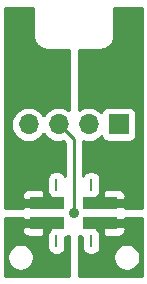
<source format=gbl>
%TF.GenerationSoftware,KiCad,Pcbnew,5.1.0*%
%TF.CreationDate,2019-04-08T01:08:53+02:00*%
%TF.ProjectId,Illumination-PLCC4,496c6c75-6d69-46e6-9174-696f6e2d504c,rev?*%
%TF.SameCoordinates,Original*%
%TF.FileFunction,Copper,L2,Bot*%
%TF.FilePolarity,Positive*%
%FSLAX46Y46*%
G04 Gerber Fmt 4.6, Leading zero omitted, Abs format (unit mm)*
G04 Created by KiCad (PCBNEW 5.1.0) date 2019-04-08 01:08:53*
%MOMM*%
%LPD*%
G04 APERTURE LIST*
%ADD10R,0.250000X1.000000*%
%ADD11R,3.000000X1.100000*%
%ADD12O,1.700000X1.700000*%
%ADD13R,1.700000X1.700000*%
%ADD14C,0.900000*%
%ADD15C,0.250000*%
%ADD16C,0.254000*%
%ADD17C,0.255000*%
G04 APERTURE END LIST*
D10*
X146025000Y-147600000D03*
D11*
X145250000Y-149150000D03*
X145250000Y-150850000D03*
X149750000Y-150850000D03*
X149750000Y-149150000D03*
D10*
X146025000Y-152400000D03*
X148975000Y-147600000D03*
X148975000Y-152400000D03*
D12*
X143690000Y-142500000D03*
X146230000Y-142500000D03*
X148770000Y-142500000D03*
D13*
X151310000Y-142500000D03*
D14*
X143950000Y-146800000D03*
X142650000Y-150750000D03*
X152350000Y-150750000D03*
X151050000Y-146800000D03*
X147500000Y-150000000D03*
D15*
X142650000Y-150750000D02*
X142750000Y-150850000D01*
X142750000Y-150850000D02*
X145250000Y-150850000D01*
X152350000Y-150750000D02*
X152250000Y-150850000D01*
X152250000Y-150850000D02*
X149750000Y-150850000D01*
X147500000Y-150000000D02*
X147500000Y-144770000D01*
X147500000Y-143770000D02*
X147500000Y-144770000D01*
X146230000Y-142500000D02*
X147500000Y-143770000D01*
D16*
G36*
X153315000Y-149573000D02*
G01*
X151885229Y-149573000D01*
X151885000Y-149562750D01*
X151726250Y-149404000D01*
X150004000Y-149404000D01*
X150004000Y-149424000D01*
X149496000Y-149424000D01*
X149496000Y-149404000D01*
X149476000Y-149404000D01*
X149476000Y-148896000D01*
X149496000Y-148896000D01*
X149496000Y-148596474D01*
X149551185Y-148551185D01*
X149630537Y-148454494D01*
X149689502Y-148344180D01*
X149725812Y-148224482D01*
X149735732Y-148123750D01*
X150004000Y-148123750D01*
X150004000Y-148896000D01*
X151726250Y-148896000D01*
X151885000Y-148737250D01*
X151888072Y-148600000D01*
X151875812Y-148475518D01*
X151839502Y-148355820D01*
X151780537Y-148245506D01*
X151701185Y-148148815D01*
X151604494Y-148069463D01*
X151494180Y-148010498D01*
X151374482Y-147974188D01*
X151250000Y-147961928D01*
X150162750Y-147965000D01*
X150004000Y-148123750D01*
X149735732Y-148123750D01*
X149738072Y-148100000D01*
X149738072Y-147100000D01*
X149725812Y-146975518D01*
X149689502Y-146855820D01*
X149630537Y-146745506D01*
X149551185Y-146648815D01*
X149454494Y-146569463D01*
X149344180Y-146510498D01*
X149224482Y-146474188D01*
X149100000Y-146461928D01*
X148850000Y-146461928D01*
X148725518Y-146474188D01*
X148605820Y-146510498D01*
X148495506Y-146569463D01*
X148398815Y-146648815D01*
X148319463Y-146745506D01*
X148260498Y-146855820D01*
X148260000Y-146857462D01*
X148260000Y-143897114D01*
X148478889Y-143963513D01*
X148697050Y-143985000D01*
X148842950Y-143985000D01*
X149061111Y-143963513D01*
X149341034Y-143878599D01*
X149599014Y-143740706D01*
X149825134Y-143555134D01*
X149849607Y-143525313D01*
X149870498Y-143594180D01*
X149929463Y-143704494D01*
X150008815Y-143801185D01*
X150105506Y-143880537D01*
X150215820Y-143939502D01*
X150335518Y-143975812D01*
X150460000Y-143988072D01*
X152160000Y-143988072D01*
X152284482Y-143975812D01*
X152404180Y-143939502D01*
X152514494Y-143880537D01*
X152611185Y-143801185D01*
X152690537Y-143704494D01*
X152749502Y-143594180D01*
X152785812Y-143474482D01*
X152798072Y-143350000D01*
X152798072Y-141650000D01*
X152785812Y-141525518D01*
X152749502Y-141405820D01*
X152690537Y-141295506D01*
X152611185Y-141198815D01*
X152514494Y-141119463D01*
X152404180Y-141060498D01*
X152284482Y-141024188D01*
X152160000Y-141011928D01*
X150460000Y-141011928D01*
X150335518Y-141024188D01*
X150215820Y-141060498D01*
X150105506Y-141119463D01*
X150008815Y-141198815D01*
X149929463Y-141295506D01*
X149870498Y-141405820D01*
X149849607Y-141474687D01*
X149825134Y-141444866D01*
X149599014Y-141259294D01*
X149341034Y-141121401D01*
X149061111Y-141036487D01*
X148842950Y-141015000D01*
X148697050Y-141015000D01*
X148478889Y-141036487D01*
X148198966Y-141121401D01*
X147940986Y-141259294D01*
X147927000Y-141270772D01*
X147927000Y-136185000D01*
X149783647Y-136185000D01*
X149812601Y-136182148D01*
X149815573Y-136182169D01*
X149825092Y-136181236D01*
X149873218Y-136176178D01*
X149884283Y-136175088D01*
X149884652Y-136174976D01*
X149922140Y-136171036D01*
X149982990Y-136158545D01*
X150043942Y-136146918D01*
X150053096Y-136144155D01*
X150053102Y-136144153D01*
X150146317Y-136115298D01*
X150203533Y-136091246D01*
X150261119Y-136067980D01*
X150269564Y-136063490D01*
X150355401Y-136017077D01*
X150406867Y-135982362D01*
X150458821Y-135948364D01*
X150466232Y-135942320D01*
X150541421Y-135880118D01*
X150585162Y-135836070D01*
X150629522Y-135792631D01*
X150635618Y-135785261D01*
X150635623Y-135785256D01*
X150635627Y-135785250D01*
X150697294Y-135709640D01*
X150731632Y-135657959D01*
X150766733Y-135606694D01*
X150771282Y-135598281D01*
X150817094Y-135512120D01*
X150840758Y-135454704D01*
X150865208Y-135397661D01*
X150868036Y-135388525D01*
X150896241Y-135295107D01*
X150908303Y-135234187D01*
X150921209Y-135173470D01*
X150922209Y-135163958D01*
X150931731Y-135066841D01*
X150931731Y-135066837D01*
X150935000Y-135033647D01*
X150935000Y-132685000D01*
X153315001Y-132685000D01*
X153315000Y-149573000D01*
X153315000Y-149573000D01*
G37*
X153315000Y-149573000D02*
X151885229Y-149573000D01*
X151885000Y-149562750D01*
X151726250Y-149404000D01*
X150004000Y-149404000D01*
X150004000Y-149424000D01*
X149496000Y-149424000D01*
X149496000Y-149404000D01*
X149476000Y-149404000D01*
X149476000Y-148896000D01*
X149496000Y-148896000D01*
X149496000Y-148596474D01*
X149551185Y-148551185D01*
X149630537Y-148454494D01*
X149689502Y-148344180D01*
X149725812Y-148224482D01*
X149735732Y-148123750D01*
X150004000Y-148123750D01*
X150004000Y-148896000D01*
X151726250Y-148896000D01*
X151885000Y-148737250D01*
X151888072Y-148600000D01*
X151875812Y-148475518D01*
X151839502Y-148355820D01*
X151780537Y-148245506D01*
X151701185Y-148148815D01*
X151604494Y-148069463D01*
X151494180Y-148010498D01*
X151374482Y-147974188D01*
X151250000Y-147961928D01*
X150162750Y-147965000D01*
X150004000Y-148123750D01*
X149735732Y-148123750D01*
X149738072Y-148100000D01*
X149738072Y-147100000D01*
X149725812Y-146975518D01*
X149689502Y-146855820D01*
X149630537Y-146745506D01*
X149551185Y-146648815D01*
X149454494Y-146569463D01*
X149344180Y-146510498D01*
X149224482Y-146474188D01*
X149100000Y-146461928D01*
X148850000Y-146461928D01*
X148725518Y-146474188D01*
X148605820Y-146510498D01*
X148495506Y-146569463D01*
X148398815Y-146648815D01*
X148319463Y-146745506D01*
X148260498Y-146855820D01*
X148260000Y-146857462D01*
X148260000Y-143897114D01*
X148478889Y-143963513D01*
X148697050Y-143985000D01*
X148842950Y-143985000D01*
X149061111Y-143963513D01*
X149341034Y-143878599D01*
X149599014Y-143740706D01*
X149825134Y-143555134D01*
X149849607Y-143525313D01*
X149870498Y-143594180D01*
X149929463Y-143704494D01*
X150008815Y-143801185D01*
X150105506Y-143880537D01*
X150215820Y-143939502D01*
X150335518Y-143975812D01*
X150460000Y-143988072D01*
X152160000Y-143988072D01*
X152284482Y-143975812D01*
X152404180Y-143939502D01*
X152514494Y-143880537D01*
X152611185Y-143801185D01*
X152690537Y-143704494D01*
X152749502Y-143594180D01*
X152785812Y-143474482D01*
X152798072Y-143350000D01*
X152798072Y-141650000D01*
X152785812Y-141525518D01*
X152749502Y-141405820D01*
X152690537Y-141295506D01*
X152611185Y-141198815D01*
X152514494Y-141119463D01*
X152404180Y-141060498D01*
X152284482Y-141024188D01*
X152160000Y-141011928D01*
X150460000Y-141011928D01*
X150335518Y-141024188D01*
X150215820Y-141060498D01*
X150105506Y-141119463D01*
X150008815Y-141198815D01*
X149929463Y-141295506D01*
X149870498Y-141405820D01*
X149849607Y-141474687D01*
X149825134Y-141444866D01*
X149599014Y-141259294D01*
X149341034Y-141121401D01*
X149061111Y-141036487D01*
X148842950Y-141015000D01*
X148697050Y-141015000D01*
X148478889Y-141036487D01*
X148198966Y-141121401D01*
X147940986Y-141259294D01*
X147927000Y-141270772D01*
X147927000Y-136185000D01*
X149783647Y-136185000D01*
X149812601Y-136182148D01*
X149815573Y-136182169D01*
X149825092Y-136181236D01*
X149873218Y-136176178D01*
X149884283Y-136175088D01*
X149884652Y-136174976D01*
X149922140Y-136171036D01*
X149982990Y-136158545D01*
X150043942Y-136146918D01*
X150053096Y-136144155D01*
X150053102Y-136144153D01*
X150146317Y-136115298D01*
X150203533Y-136091246D01*
X150261119Y-136067980D01*
X150269564Y-136063490D01*
X150355401Y-136017077D01*
X150406867Y-135982362D01*
X150458821Y-135948364D01*
X150466232Y-135942320D01*
X150541421Y-135880118D01*
X150585162Y-135836070D01*
X150629522Y-135792631D01*
X150635618Y-135785261D01*
X150635623Y-135785256D01*
X150635627Y-135785250D01*
X150697294Y-135709640D01*
X150731632Y-135657959D01*
X150766733Y-135606694D01*
X150771282Y-135598281D01*
X150817094Y-135512120D01*
X150840758Y-135454704D01*
X150865208Y-135397661D01*
X150868036Y-135388525D01*
X150896241Y-135295107D01*
X150908303Y-135234187D01*
X150921209Y-135173470D01*
X150922209Y-135163958D01*
X150931731Y-135066841D01*
X150931731Y-135066837D01*
X150935000Y-135033647D01*
X150935000Y-132685000D01*
X153315001Y-132685000D01*
X153315000Y-149573000D01*
G36*
X144065000Y-135033646D02*
G01*
X144067852Y-135062600D01*
X144067831Y-135065573D01*
X144068764Y-135075092D01*
X144073824Y-135123233D01*
X144074912Y-135134282D01*
X144075024Y-135134650D01*
X144078964Y-135172140D01*
X144091455Y-135232990D01*
X144103082Y-135293942D01*
X144105845Y-135303096D01*
X144105847Y-135303102D01*
X144134702Y-135396317D01*
X144158754Y-135453533D01*
X144182020Y-135511119D01*
X144186510Y-135519564D01*
X144232923Y-135605401D01*
X144267638Y-135656867D01*
X144301636Y-135708821D01*
X144307680Y-135716232D01*
X144369882Y-135791421D01*
X144413930Y-135835162D01*
X144457369Y-135879522D01*
X144464739Y-135885618D01*
X144464744Y-135885623D01*
X144464750Y-135885627D01*
X144540360Y-135947294D01*
X144592041Y-135981632D01*
X144643306Y-136016733D01*
X144651719Y-136021282D01*
X144737880Y-136067094D01*
X144795296Y-136090758D01*
X144852339Y-136115208D01*
X144861475Y-136118036D01*
X144954893Y-136146241D01*
X145015813Y-136158303D01*
X145076530Y-136171209D01*
X145086042Y-136172209D01*
X145183159Y-136181731D01*
X145183163Y-136181731D01*
X145216353Y-136185000D01*
X147073000Y-136185000D01*
X147073000Y-141270772D01*
X147059014Y-141259294D01*
X146801034Y-141121401D01*
X146521111Y-141036487D01*
X146302950Y-141015000D01*
X146157050Y-141015000D01*
X145938889Y-141036487D01*
X145658966Y-141121401D01*
X145400986Y-141259294D01*
X145174866Y-141444866D01*
X144989294Y-141670986D01*
X144960000Y-141725791D01*
X144930706Y-141670986D01*
X144745134Y-141444866D01*
X144519014Y-141259294D01*
X144261034Y-141121401D01*
X143981111Y-141036487D01*
X143762950Y-141015000D01*
X143617050Y-141015000D01*
X143398889Y-141036487D01*
X143118966Y-141121401D01*
X142860986Y-141259294D01*
X142634866Y-141444866D01*
X142449294Y-141670986D01*
X142311401Y-141928966D01*
X142226487Y-142208889D01*
X142197815Y-142500000D01*
X142226487Y-142791111D01*
X142311401Y-143071034D01*
X142449294Y-143329014D01*
X142634866Y-143555134D01*
X142860986Y-143740706D01*
X143118966Y-143878599D01*
X143398889Y-143963513D01*
X143617050Y-143985000D01*
X143762950Y-143985000D01*
X143981111Y-143963513D01*
X144261034Y-143878599D01*
X144519014Y-143740706D01*
X144745134Y-143555134D01*
X144930706Y-143329014D01*
X144960000Y-143274209D01*
X144989294Y-143329014D01*
X145174866Y-143555134D01*
X145400986Y-143740706D01*
X145658966Y-143878599D01*
X145938889Y-143963513D01*
X146157050Y-143985000D01*
X146302950Y-143985000D01*
X146521111Y-143963513D01*
X146595995Y-143940797D01*
X146740000Y-144084802D01*
X146740001Y-144732667D01*
X146740001Y-146857464D01*
X146739502Y-146855820D01*
X146680537Y-146745506D01*
X146601185Y-146648815D01*
X146504494Y-146569463D01*
X146394180Y-146510498D01*
X146274482Y-146474188D01*
X146150000Y-146461928D01*
X145900000Y-146461928D01*
X145775518Y-146474188D01*
X145655820Y-146510498D01*
X145545506Y-146569463D01*
X145448815Y-146648815D01*
X145369463Y-146745506D01*
X145310498Y-146855820D01*
X145274188Y-146975518D01*
X145261928Y-147100000D01*
X145261928Y-148100000D01*
X145274188Y-148224482D01*
X145310498Y-148344180D01*
X145369463Y-148454494D01*
X145448815Y-148551185D01*
X145504000Y-148596474D01*
X145504000Y-148896000D01*
X145524000Y-148896000D01*
X145524000Y-149404000D01*
X145504000Y-149404000D01*
X145504000Y-149424000D01*
X144996000Y-149424000D01*
X144996000Y-149404000D01*
X143273750Y-149404000D01*
X143115000Y-149562750D01*
X143114771Y-149573000D01*
X141685000Y-149573000D01*
X141685000Y-148600000D01*
X143111928Y-148600000D01*
X143115000Y-148737250D01*
X143273750Y-148896000D01*
X144996000Y-148896000D01*
X144996000Y-148123750D01*
X144837250Y-147965000D01*
X143750000Y-147961928D01*
X143625518Y-147974188D01*
X143505820Y-148010498D01*
X143395506Y-148069463D01*
X143298815Y-148148815D01*
X143219463Y-148245506D01*
X143160498Y-148355820D01*
X143124188Y-148475518D01*
X143111928Y-148600000D01*
X141685000Y-148600000D01*
X141685000Y-132685000D01*
X144065001Y-132685000D01*
X144065000Y-135033646D01*
X144065000Y-135033646D01*
G37*
X144065000Y-135033646D02*
X144067852Y-135062600D01*
X144067831Y-135065573D01*
X144068764Y-135075092D01*
X144073824Y-135123233D01*
X144074912Y-135134282D01*
X144075024Y-135134650D01*
X144078964Y-135172140D01*
X144091455Y-135232990D01*
X144103082Y-135293942D01*
X144105845Y-135303096D01*
X144105847Y-135303102D01*
X144134702Y-135396317D01*
X144158754Y-135453533D01*
X144182020Y-135511119D01*
X144186510Y-135519564D01*
X144232923Y-135605401D01*
X144267638Y-135656867D01*
X144301636Y-135708821D01*
X144307680Y-135716232D01*
X144369882Y-135791421D01*
X144413930Y-135835162D01*
X144457369Y-135879522D01*
X144464739Y-135885618D01*
X144464744Y-135885623D01*
X144464750Y-135885627D01*
X144540360Y-135947294D01*
X144592041Y-135981632D01*
X144643306Y-136016733D01*
X144651719Y-136021282D01*
X144737880Y-136067094D01*
X144795296Y-136090758D01*
X144852339Y-136115208D01*
X144861475Y-136118036D01*
X144954893Y-136146241D01*
X145015813Y-136158303D01*
X145076530Y-136171209D01*
X145086042Y-136172209D01*
X145183159Y-136181731D01*
X145183163Y-136181731D01*
X145216353Y-136185000D01*
X147073000Y-136185000D01*
X147073000Y-141270772D01*
X147059014Y-141259294D01*
X146801034Y-141121401D01*
X146521111Y-141036487D01*
X146302950Y-141015000D01*
X146157050Y-141015000D01*
X145938889Y-141036487D01*
X145658966Y-141121401D01*
X145400986Y-141259294D01*
X145174866Y-141444866D01*
X144989294Y-141670986D01*
X144960000Y-141725791D01*
X144930706Y-141670986D01*
X144745134Y-141444866D01*
X144519014Y-141259294D01*
X144261034Y-141121401D01*
X143981111Y-141036487D01*
X143762950Y-141015000D01*
X143617050Y-141015000D01*
X143398889Y-141036487D01*
X143118966Y-141121401D01*
X142860986Y-141259294D01*
X142634866Y-141444866D01*
X142449294Y-141670986D01*
X142311401Y-141928966D01*
X142226487Y-142208889D01*
X142197815Y-142500000D01*
X142226487Y-142791111D01*
X142311401Y-143071034D01*
X142449294Y-143329014D01*
X142634866Y-143555134D01*
X142860986Y-143740706D01*
X143118966Y-143878599D01*
X143398889Y-143963513D01*
X143617050Y-143985000D01*
X143762950Y-143985000D01*
X143981111Y-143963513D01*
X144261034Y-143878599D01*
X144519014Y-143740706D01*
X144745134Y-143555134D01*
X144930706Y-143329014D01*
X144960000Y-143274209D01*
X144989294Y-143329014D01*
X145174866Y-143555134D01*
X145400986Y-143740706D01*
X145658966Y-143878599D01*
X145938889Y-143963513D01*
X146157050Y-143985000D01*
X146302950Y-143985000D01*
X146521111Y-143963513D01*
X146595995Y-143940797D01*
X146740000Y-144084802D01*
X146740001Y-144732667D01*
X146740001Y-146857464D01*
X146739502Y-146855820D01*
X146680537Y-146745506D01*
X146601185Y-146648815D01*
X146504494Y-146569463D01*
X146394180Y-146510498D01*
X146274482Y-146474188D01*
X146150000Y-146461928D01*
X145900000Y-146461928D01*
X145775518Y-146474188D01*
X145655820Y-146510498D01*
X145545506Y-146569463D01*
X145448815Y-146648815D01*
X145369463Y-146745506D01*
X145310498Y-146855820D01*
X145274188Y-146975518D01*
X145261928Y-147100000D01*
X145261928Y-148100000D01*
X145274188Y-148224482D01*
X145310498Y-148344180D01*
X145369463Y-148454494D01*
X145448815Y-148551185D01*
X145504000Y-148596474D01*
X145504000Y-148896000D01*
X145524000Y-148896000D01*
X145524000Y-149404000D01*
X145504000Y-149404000D01*
X145504000Y-149424000D01*
X144996000Y-149424000D01*
X144996000Y-149404000D01*
X143273750Y-149404000D01*
X143115000Y-149562750D01*
X143114771Y-149573000D01*
X141685000Y-149573000D01*
X141685000Y-148600000D01*
X143111928Y-148600000D01*
X143115000Y-148737250D01*
X143273750Y-148896000D01*
X144996000Y-148896000D01*
X144996000Y-148123750D01*
X144837250Y-147965000D01*
X143750000Y-147961928D01*
X143625518Y-147974188D01*
X143505820Y-148010498D01*
X143395506Y-148069463D01*
X143298815Y-148148815D01*
X143219463Y-148245506D01*
X143160498Y-148355820D01*
X143124188Y-148475518D01*
X143111928Y-148600000D01*
X141685000Y-148600000D01*
X141685000Y-132685000D01*
X144065001Y-132685000D01*
X144065000Y-135033646D01*
G36*
X143115000Y-150437250D02*
G01*
X143273750Y-150596000D01*
X144996000Y-150596000D01*
X144996000Y-150576000D01*
X145504000Y-150576000D01*
X145504000Y-150596000D01*
X145524000Y-150596000D01*
X145524000Y-151104000D01*
X145504000Y-151104000D01*
X145504000Y-151403526D01*
X145448815Y-151448815D01*
X145369463Y-151545506D01*
X145310498Y-151655820D01*
X145274188Y-151775518D01*
X145261928Y-151900000D01*
X145261928Y-152900000D01*
X145274188Y-153024482D01*
X145310498Y-153144180D01*
X145369463Y-153254494D01*
X145448815Y-153351185D01*
X145545506Y-153430537D01*
X145655820Y-153489502D01*
X145775518Y-153525812D01*
X145900000Y-153538072D01*
X146150000Y-153538072D01*
X146274482Y-153525812D01*
X146394180Y-153489502D01*
X146504494Y-153430537D01*
X146601185Y-153351185D01*
X146680537Y-153254494D01*
X146739502Y-153144180D01*
X146775812Y-153024482D01*
X146788072Y-152900000D01*
X146788072Y-152034322D01*
X146874482Y-152025812D01*
X146994180Y-151989502D01*
X147073000Y-151947371D01*
X147073000Y-155315000D01*
X141685000Y-155315000D01*
X141685000Y-153638212D01*
X141865000Y-153638212D01*
X141865000Y-153861788D01*
X141908617Y-154081067D01*
X141994176Y-154287624D01*
X142118388Y-154473520D01*
X142276480Y-154631612D01*
X142462376Y-154755824D01*
X142668933Y-154841383D01*
X142888212Y-154885000D01*
X143111788Y-154885000D01*
X143331067Y-154841383D01*
X143537624Y-154755824D01*
X143723520Y-154631612D01*
X143881612Y-154473520D01*
X144005824Y-154287624D01*
X144091383Y-154081067D01*
X144135000Y-153861788D01*
X144135000Y-153638212D01*
X144091383Y-153418933D01*
X144005824Y-153212376D01*
X143881612Y-153026480D01*
X143723520Y-152868388D01*
X143537624Y-152744176D01*
X143331067Y-152658617D01*
X143111788Y-152615000D01*
X142888212Y-152615000D01*
X142668933Y-152658617D01*
X142462376Y-152744176D01*
X142276480Y-152868388D01*
X142118388Y-153026480D01*
X141994176Y-153212376D01*
X141908617Y-153418933D01*
X141865000Y-153638212D01*
X141685000Y-153638212D01*
X141685000Y-151400000D01*
X143111928Y-151400000D01*
X143124188Y-151524482D01*
X143160498Y-151644180D01*
X143219463Y-151754494D01*
X143298815Y-151851185D01*
X143395506Y-151930537D01*
X143505820Y-151989502D01*
X143625518Y-152025812D01*
X143750000Y-152038072D01*
X144837250Y-152035000D01*
X144996000Y-151876250D01*
X144996000Y-151104000D01*
X143273750Y-151104000D01*
X143115000Y-151262750D01*
X143111928Y-151400000D01*
X141685000Y-151400000D01*
X141685000Y-150427000D01*
X143114771Y-150427000D01*
X143115000Y-150437250D01*
X143115000Y-150437250D01*
G37*
X143115000Y-150437250D02*
X143273750Y-150596000D01*
X144996000Y-150596000D01*
X144996000Y-150576000D01*
X145504000Y-150576000D01*
X145504000Y-150596000D01*
X145524000Y-150596000D01*
X145524000Y-151104000D01*
X145504000Y-151104000D01*
X145504000Y-151403526D01*
X145448815Y-151448815D01*
X145369463Y-151545506D01*
X145310498Y-151655820D01*
X145274188Y-151775518D01*
X145261928Y-151900000D01*
X145261928Y-152900000D01*
X145274188Y-153024482D01*
X145310498Y-153144180D01*
X145369463Y-153254494D01*
X145448815Y-153351185D01*
X145545506Y-153430537D01*
X145655820Y-153489502D01*
X145775518Y-153525812D01*
X145900000Y-153538072D01*
X146150000Y-153538072D01*
X146274482Y-153525812D01*
X146394180Y-153489502D01*
X146504494Y-153430537D01*
X146601185Y-153351185D01*
X146680537Y-153254494D01*
X146739502Y-153144180D01*
X146775812Y-153024482D01*
X146788072Y-152900000D01*
X146788072Y-152034322D01*
X146874482Y-152025812D01*
X146994180Y-151989502D01*
X147073000Y-151947371D01*
X147073000Y-155315000D01*
X141685000Y-155315000D01*
X141685000Y-153638212D01*
X141865000Y-153638212D01*
X141865000Y-153861788D01*
X141908617Y-154081067D01*
X141994176Y-154287624D01*
X142118388Y-154473520D01*
X142276480Y-154631612D01*
X142462376Y-154755824D01*
X142668933Y-154841383D01*
X142888212Y-154885000D01*
X143111788Y-154885000D01*
X143331067Y-154841383D01*
X143537624Y-154755824D01*
X143723520Y-154631612D01*
X143881612Y-154473520D01*
X144005824Y-154287624D01*
X144091383Y-154081067D01*
X144135000Y-153861788D01*
X144135000Y-153638212D01*
X144091383Y-153418933D01*
X144005824Y-153212376D01*
X143881612Y-153026480D01*
X143723520Y-152868388D01*
X143537624Y-152744176D01*
X143331067Y-152658617D01*
X143111788Y-152615000D01*
X142888212Y-152615000D01*
X142668933Y-152658617D01*
X142462376Y-152744176D01*
X142276480Y-152868388D01*
X142118388Y-153026480D01*
X141994176Y-153212376D01*
X141908617Y-153418933D01*
X141865000Y-153638212D01*
X141685000Y-153638212D01*
X141685000Y-151400000D01*
X143111928Y-151400000D01*
X143124188Y-151524482D01*
X143160498Y-151644180D01*
X143219463Y-151754494D01*
X143298815Y-151851185D01*
X143395506Y-151930537D01*
X143505820Y-151989502D01*
X143625518Y-152025812D01*
X143750000Y-152038072D01*
X144837250Y-152035000D01*
X144996000Y-151876250D01*
X144996000Y-151104000D01*
X143273750Y-151104000D01*
X143115000Y-151262750D01*
X143111928Y-151400000D01*
X141685000Y-151400000D01*
X141685000Y-150427000D01*
X143114771Y-150427000D01*
X143115000Y-150437250D01*
D17*
G36*
X153314500Y-155314500D02*
G01*
X147927500Y-155314500D01*
X147927500Y-153638163D01*
X150864500Y-153638163D01*
X150864500Y-153861837D01*
X150908137Y-154081213D01*
X150993733Y-154287861D01*
X151118000Y-154473839D01*
X151276161Y-154632000D01*
X151462139Y-154756267D01*
X151668787Y-154841863D01*
X151888163Y-154885500D01*
X152111837Y-154885500D01*
X152331213Y-154841863D01*
X152537861Y-154756267D01*
X152723839Y-154632000D01*
X152882000Y-154473839D01*
X153006267Y-154287861D01*
X153091863Y-154081213D01*
X153135500Y-153861837D01*
X153135500Y-153638163D01*
X153091863Y-153418787D01*
X153006267Y-153212139D01*
X152882000Y-153026161D01*
X152723839Y-152868000D01*
X152537861Y-152743733D01*
X152331213Y-152658137D01*
X152111837Y-152614500D01*
X151888163Y-152614500D01*
X151668787Y-152658137D01*
X151462139Y-152743733D01*
X151276161Y-152868000D01*
X151118000Y-153026161D01*
X150993733Y-153212139D01*
X150908137Y-153418787D01*
X150864500Y-153638163D01*
X147927500Y-153638163D01*
X147927500Y-151948206D01*
X148005628Y-151989966D01*
X148125420Y-152026305D01*
X148211426Y-152034776D01*
X148211426Y-152900000D01*
X148223696Y-153024580D01*
X148260035Y-153144372D01*
X148319045Y-153254773D01*
X148398460Y-153351540D01*
X148495227Y-153430955D01*
X148605628Y-153489965D01*
X148725420Y-153526304D01*
X148850000Y-153538574D01*
X149100000Y-153538574D01*
X149224580Y-153526304D01*
X149344372Y-153489965D01*
X149454773Y-153430955D01*
X149551540Y-153351540D01*
X149630955Y-153254773D01*
X149689965Y-153144372D01*
X149726304Y-153024580D01*
X149738574Y-152900000D01*
X149738574Y-151900000D01*
X149726304Y-151775420D01*
X149689965Y-151655628D01*
X149630955Y-151545227D01*
X149551540Y-151448460D01*
X149496500Y-151403290D01*
X149496500Y-151103500D01*
X150003500Y-151103500D01*
X150003500Y-151876625D01*
X150162375Y-152035500D01*
X151250000Y-152038575D01*
X151374580Y-152026305D01*
X151494372Y-151989966D01*
X151604773Y-151930956D01*
X151701541Y-151851541D01*
X151780956Y-151754773D01*
X151839966Y-151644372D01*
X151876305Y-151524580D01*
X151888575Y-151400000D01*
X151885500Y-151262375D01*
X151726625Y-151103500D01*
X150003500Y-151103500D01*
X149496500Y-151103500D01*
X149476500Y-151103500D01*
X149476500Y-150596500D01*
X149496500Y-150596500D01*
X149496500Y-150576500D01*
X150003500Y-150576500D01*
X150003500Y-150596500D01*
X151726625Y-150596500D01*
X151885500Y-150437625D01*
X151885726Y-150427500D01*
X153314500Y-150427500D01*
X153314500Y-155314500D01*
X153314500Y-155314500D01*
G37*
X153314500Y-155314500D02*
X147927500Y-155314500D01*
X147927500Y-153638163D01*
X150864500Y-153638163D01*
X150864500Y-153861837D01*
X150908137Y-154081213D01*
X150993733Y-154287861D01*
X151118000Y-154473839D01*
X151276161Y-154632000D01*
X151462139Y-154756267D01*
X151668787Y-154841863D01*
X151888163Y-154885500D01*
X152111837Y-154885500D01*
X152331213Y-154841863D01*
X152537861Y-154756267D01*
X152723839Y-154632000D01*
X152882000Y-154473839D01*
X153006267Y-154287861D01*
X153091863Y-154081213D01*
X153135500Y-153861837D01*
X153135500Y-153638163D01*
X153091863Y-153418787D01*
X153006267Y-153212139D01*
X152882000Y-153026161D01*
X152723839Y-152868000D01*
X152537861Y-152743733D01*
X152331213Y-152658137D01*
X152111837Y-152614500D01*
X151888163Y-152614500D01*
X151668787Y-152658137D01*
X151462139Y-152743733D01*
X151276161Y-152868000D01*
X151118000Y-153026161D01*
X150993733Y-153212139D01*
X150908137Y-153418787D01*
X150864500Y-153638163D01*
X147927500Y-153638163D01*
X147927500Y-151948206D01*
X148005628Y-151989966D01*
X148125420Y-152026305D01*
X148211426Y-152034776D01*
X148211426Y-152900000D01*
X148223696Y-153024580D01*
X148260035Y-153144372D01*
X148319045Y-153254773D01*
X148398460Y-153351540D01*
X148495227Y-153430955D01*
X148605628Y-153489965D01*
X148725420Y-153526304D01*
X148850000Y-153538574D01*
X149100000Y-153538574D01*
X149224580Y-153526304D01*
X149344372Y-153489965D01*
X149454773Y-153430955D01*
X149551540Y-153351540D01*
X149630955Y-153254773D01*
X149689965Y-153144372D01*
X149726304Y-153024580D01*
X149738574Y-152900000D01*
X149738574Y-151900000D01*
X149726304Y-151775420D01*
X149689965Y-151655628D01*
X149630955Y-151545227D01*
X149551540Y-151448460D01*
X149496500Y-151403290D01*
X149496500Y-151103500D01*
X150003500Y-151103500D01*
X150003500Y-151876625D01*
X150162375Y-152035500D01*
X151250000Y-152038575D01*
X151374580Y-152026305D01*
X151494372Y-151989966D01*
X151604773Y-151930956D01*
X151701541Y-151851541D01*
X151780956Y-151754773D01*
X151839966Y-151644372D01*
X151876305Y-151524580D01*
X151888575Y-151400000D01*
X151885500Y-151262375D01*
X151726625Y-151103500D01*
X150003500Y-151103500D01*
X149496500Y-151103500D01*
X149476500Y-151103500D01*
X149476500Y-150596500D01*
X149496500Y-150596500D01*
X149496500Y-150576500D01*
X150003500Y-150576500D01*
X150003500Y-150596500D01*
X151726625Y-150596500D01*
X151885500Y-150437625D01*
X151885726Y-150427500D01*
X153314500Y-150427500D01*
X153314500Y-155314500D01*
M02*

</source>
